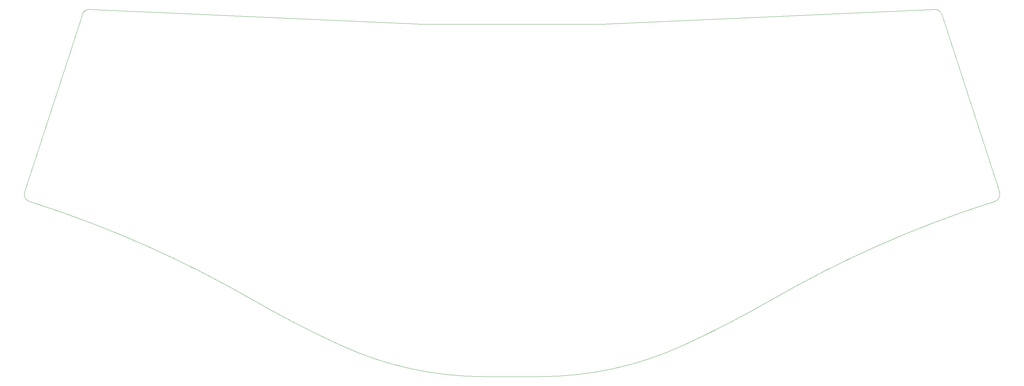
<source format=gm1>
G04 #@! TF.GenerationSoftware,KiCad,Pcbnew,8.0.4*
G04 #@! TF.CreationDate,2024-08-25T22:17:31+07:00*
G04 #@! TF.ProjectId,ozprey,6f7a7072-6579-42e6-9b69-6361645f7063,1.0*
G04 #@! TF.SameCoordinates,Original*
G04 #@! TF.FileFunction,Profile,NP*
%FSLAX46Y46*%
G04 Gerber Fmt 4.6, Leading zero omitted, Abs format (unit mm)*
G04 Created by KiCad (PCBNEW 8.0.4) date 2024-08-25 22:17:31*
%MOMM*%
%LPD*%
G01*
G04 APERTURE LIST*
G04 #@! TA.AperFunction,Profile*
%ADD10C,0.100000*%
G04 #@! TD*
G04 APERTURE END LIST*
D10*
X101965367Y-139551958D02*
G75*
G02*
X78340567Y-127330716I122672233J266081958D01*
G01*
X32370993Y-50219667D02*
X16774850Y-98223383D01*
X32370993Y-50219667D02*
G75*
G02*
X34442771Y-48844861I1902067J-617893D01*
G01*
X218479864Y-127330712D02*
G75*
G02*
X194855071Y-139551959I-146299864J253866012D01*
G01*
X18058960Y-100743495D02*
X19918029Y-101347523D01*
X280045580Y-98223388D02*
X264449440Y-50219669D01*
X19918029Y-101347523D02*
G75*
G02*
X78340568Y-127330715I-94865470J-291974954D01*
G01*
X218479864Y-127330712D02*
G75*
G02*
X276902399Y-101347520I153287936J-265991588D01*
G01*
X124127489Y-52820847D02*
X34442771Y-48844864D01*
X140902521Y-148095469D02*
G75*
G02*
X101965369Y-139551953I-21J92999869D01*
G01*
X194855069Y-139551954D02*
G75*
G02*
X155917910Y-148095463I-38937069J84456154D01*
G01*
X124127489Y-52820847D02*
X172686165Y-52820847D01*
X262377660Y-48844866D02*
G75*
G02*
X264449456Y-50219664I169640J-1992834D01*
G01*
X262377660Y-48844866D02*
X172686165Y-52820847D01*
X276902400Y-101347523D02*
X278761471Y-100743492D01*
X18058960Y-100743495D02*
G75*
G02*
X16774834Y-98223378I618140J1902195D01*
G01*
X140902521Y-148095469D02*
X155917910Y-148095472D01*
X280045580Y-98223388D02*
G75*
G02*
X278761491Y-100743554I-1902180J-618012D01*
G01*
M02*

</source>
